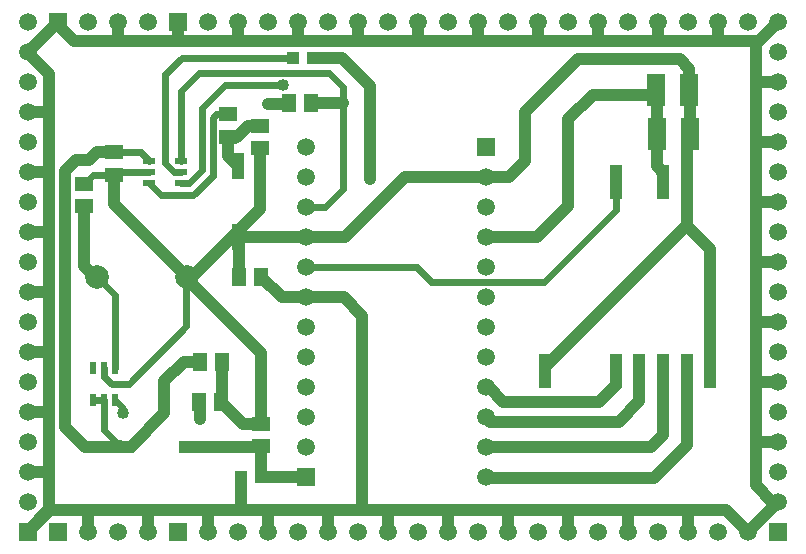
<source format=gbr>
G04 DipTrace 3.2.0.1*
G04 Top.gbr*
%MOMM*%
G04 #@! TF.FileFunction,Copper,L1,Top*
G04 #@! TF.Part,Single*
G04 #@! TA.AperFunction,Conductor*
%ADD13C,1.0*%
%ADD14C,0.6*%
%ADD19R,1.6X2.7*%
G04 #@! TA.AperFunction,ComponentPad*
%ADD20R,1.5X1.5*%
%ADD21C,1.5*%
%ADD22R,1.0X3.0*%
G04 #@! TA.AperFunction,ComponentPad*
%ADD25C,2.0*%
%ADD26R,1.3X1.5*%
%ADD27R,2.286X1.0*%
%ADD28R,1.1X1.0*%
%ADD29R,1.5X1.3*%
%ADD31R,0.6X1.05*%
%ADD34R,1.1X0.6*%
%ADD35R,1.0X2.286*%
G04 #@! TA.AperFunction,ViaPad*
%ADD36C,1.016*%
%FSLAX35Y35*%
G04*
G71*
G90*
G75*
G01*
G04 Top*
%LPD*%
X5907080Y1486000D2*
D13*
Y2520640D1*
X5707080Y2720640D1*
Y3086000D1*
X4507080Y1486000D2*
Y1527660D1*
X5707080Y2727660D1*
Y3086000D1*
Y3466200D1*
X5733380Y3492500D1*
Y3865880D1*
X5730840Y3868420D1*
X2483080Y2621000D2*
X2819120D1*
X3327120Y3129000D1*
X4007080D1*
X4205960D1*
X4340860Y3263900D1*
Y3680460D1*
X4790440Y4130040D1*
X5648960D1*
X5730840Y4048160D1*
Y3868420D1*
X2105660Y1043440D2*
Y1643380D1*
X1493520Y2255520D1*
Y2286000D1*
X1478820D1*
X777240Y1511300D2*
D14*
Y1442720D1*
X840740Y1379220D1*
X982980D1*
X1470660Y1866900D1*
Y2294160D1*
X1478820Y2286000D1*
X2105660Y1043440D2*
D13*
X1953260D1*
X1767340Y1229360D1*
X1774960Y1569720D2*
Y1236980D1*
X1767340Y1229360D1*
X1157860Y3175000D2*
D14*
X883420D1*
X861060Y3152640D1*
X679180D1*
X601980Y3075440D1*
X861060Y3152640D2*
D13*
Y2903760D1*
X1478820Y2286000D1*
X2092960Y3375660D2*
Y2857500D1*
X1858720Y2623260D1*
X1910080D1*
X1856180D2*
X1518920Y2286000D1*
X1478820D1*
X1915660D2*
Y2617680D1*
X1910080Y2623260D1*
X2483080Y2621000D2*
X1912340D1*
X5507080Y3086000D2*
Y3169560D1*
X5453380Y3223260D1*
Y3492500D1*
Y3865880D1*
X5450840Y3868420D1*
X4007080Y2621000D2*
X4442180D1*
X4704080Y2882900D1*
Y3619500D1*
X4914900Y3830320D1*
X5412740D1*
X5450840Y3868420D1*
X2166620Y3751580D2*
X2336800D1*
X2341880Y3756660D1*
X645160Y3274060D2*
X535940D1*
X447040Y3185160D1*
Y1013460D1*
X614680Y845820D1*
X896620D1*
X908050Y857250D1*
X916940Y848360D1*
X682240Y1241300D2*
D14*
X777240D1*
Y988060D1*
X916940Y848360D1*
X1584960Y1569720D2*
D13*
X1450340D1*
X1285240Y1404620D1*
Y1130300D1*
X1003300Y848360D1*
X916940D1*
X861060Y3342640D2*
X713740D1*
X645160Y3274060D1*
X861060Y3342640D2*
D14*
X1085220D1*
X1157860Y3270000D1*
X4007080Y589000D2*
D13*
X4011880Y584200D1*
X5427980D1*
X5707080Y863300D1*
Y1486000D1*
X4007080Y843000D2*
X5402300D1*
X5507080Y947780D1*
Y1486000D1*
X4007080Y1097000D2*
X4042360Y1061720D1*
X5133340D1*
X5307080Y1235460D1*
Y1486000D1*
X4007080Y1351000D2*
X4031260D1*
X4152900Y1229360D1*
X4968240D1*
X5107080Y1368200D1*
Y1486000D1*
Y3086000D2*
D14*
Y2851560D1*
X4500880Y2245360D1*
X3543300D1*
X3421660Y2367000D1*
X2483080D1*
X386080Y4445000D2*
D13*
Y4422140D1*
X520700Y4287520D1*
X894080D1*
X1402080D1*
X1910080D1*
X2418080D1*
X2926080D1*
X3434080D1*
X3942080D1*
X4450080D1*
X4958080D1*
X5466080D1*
X5974080D1*
X6324600D1*
X6482080Y4445000D1*
Y381000D2*
X6433820D1*
X6291580Y523240D1*
Y889000D1*
Y1397000D1*
Y1905000D1*
Y2413000D1*
Y2921000D1*
Y3429000D1*
Y3937000D1*
Y4254500D1*
X6482080Y4445000D1*
Y381000D2*
X6228080Y127000D1*
X132080D2*
Y137160D1*
X304800Y309880D1*
X640080D1*
X1148080D1*
X1656080D1*
X1935480D1*
X2164080D1*
X2672080D1*
X2959100D1*
X3180080D1*
X3688080D1*
X4196080D1*
X4704080D1*
X5212080D1*
X5720080D1*
X6045200D1*
X6228080Y127000D1*
X386080Y4445000D2*
X132080Y4191000D1*
Y4180840D1*
X307340Y4005580D1*
Y3683000D1*
Y3175000D1*
Y2667000D1*
Y2159000D1*
Y1651000D1*
Y1143000D1*
Y635000D1*
Y302260D1*
X132080Y127000D1*
X1938020Y591820D2*
X1935480Y309880D1*
X640080Y127000D2*
Y309880D1*
X1148080Y127000D2*
Y309880D1*
X1656080Y127000D2*
Y309880D1*
X2164080Y127000D2*
Y309880D1*
X2672080Y127000D2*
Y309880D1*
X3180080Y127000D2*
Y309880D1*
X3688080Y127000D2*
Y309880D1*
X4196080Y127000D2*
Y309880D1*
X4704080Y127000D2*
Y309880D1*
X5212080Y127000D2*
Y309880D1*
X5720080Y127000D2*
Y309880D1*
X6482080Y889000D2*
X6291580D1*
X6482080Y1397000D2*
X6291580D1*
X6482080Y1905000D2*
X6291580D1*
X6482080Y2413000D2*
X6291580D1*
X6482080Y2921000D2*
X6291580D1*
X6482080Y3429000D2*
X6291580D1*
X6482080Y3937000D2*
X6291580D1*
X5974080Y4445000D2*
Y4287520D1*
X5466080Y4445000D2*
Y4287520D1*
X4958080Y4445000D2*
Y4287520D1*
X4450080Y4445000D2*
Y4287520D1*
X3942080Y4445000D2*
Y4287520D1*
X3434080Y4445000D2*
Y4287520D1*
X2926080Y4445000D2*
Y4287520D1*
X2418080Y4445000D2*
Y4287520D1*
X1910080Y4445000D2*
Y4287520D1*
X1402080Y4445000D2*
Y4287520D1*
X894080Y4445000D2*
Y4287520D1*
X132080Y3683000D2*
X307340D1*
X132080Y3175000D2*
X307340D1*
X132080Y2667000D2*
X307340D1*
X132080Y2159000D2*
X307340D1*
X132080Y1651000D2*
X307340D1*
X132080Y1143000D2*
X307340D1*
X132080Y635000D2*
X307340D1*
X2545080Y4142740D2*
X2791460D1*
X3027680Y3906520D1*
Y3114040D1*
X2483080Y2113000D2*
X2278660D1*
X2105660Y2286000D1*
X2483080Y2113000D2*
X2804440D1*
X2959100Y1958340D1*
Y309880D1*
X2108020Y591820D2*
X2480260D1*
X2483080Y589000D1*
X1516940Y848360D2*
X2100580D1*
X2105660Y853440D1*
Y594180D1*
X2108020Y591820D1*
X872240Y1511300D2*
D14*
Y2132580D1*
X718820Y2286000D1*
D13*
Y2263140D1*
X601980Y2379980D1*
Y2885440D1*
X872240Y1241300D2*
D14*
X929640Y1183900D1*
Y1125220D1*
X937260Y1132840D1*
X1587500Y1082040D2*
D13*
Y1219200D1*
X1577340Y1229360D1*
X1157860Y3080000D2*
D14*
X1255900Y2981960D1*
X1531620D1*
X1694180Y3144520D1*
Y3634740D1*
X1721620Y3662180D1*
X1821180D1*
Y3472180D2*
D13*
Y3312160D1*
X1910080Y3223260D1*
X2092960Y3565660D2*
X1990860D1*
X1897380Y3472180D1*
X1821180D1*
X1427860Y3175000D2*
D14*
X1369060D1*
X1295400Y3248660D1*
Y4005580D1*
X1432560Y4142740D1*
X2375080D1*
X1427860Y3080000D2*
X1495040D1*
X1605280Y3190240D1*
Y3716020D1*
X1800860Y3911600D1*
X2288540D1*
X1427860Y3270000D2*
Y3861180D1*
X1582420Y4015740D1*
X2679700D1*
X2799080Y3896360D1*
Y3756660D1*
Y3027680D1*
X2646400Y2875000D1*
X2483080D1*
X2531880Y3756660D2*
D13*
X2799080D1*
D36*
X645160Y3274060D3*
X937260Y1132840D3*
X1587500Y1082040D3*
X3027680Y3114040D3*
X2288540Y3911600D3*
X2166620Y3751580D3*
D19*
X5450840Y3868420D3*
X5730840D3*
X5453380Y3492500D3*
X5733380D3*
D20*
X6482080Y127000D3*
D21*
Y381000D3*
Y635000D3*
Y889000D3*
Y1143000D3*
Y1397000D3*
Y1651000D3*
Y1905000D3*
Y2159000D3*
Y2413000D3*
Y2667000D3*
Y2921000D3*
Y3175000D3*
Y3429000D3*
Y3683000D3*
Y3937000D3*
Y4191000D3*
Y4445000D3*
D20*
X132080Y127000D3*
D21*
Y381000D3*
Y635000D3*
Y889000D3*
Y1143000D3*
Y1397000D3*
Y1651000D3*
Y1905000D3*
Y2159000D3*
Y2413000D3*
Y2667000D3*
Y2921000D3*
Y3175000D3*
Y3429000D3*
Y3683000D3*
Y3937000D3*
Y4191000D3*
Y4445000D3*
D20*
X1402080D3*
D21*
X1656080D3*
X1910080D3*
X2164080D3*
X2418080D3*
X2672080D3*
X2926080D3*
X3180080D3*
X3434080D3*
X3688080D3*
X3942080D3*
X4196080D3*
X4450080D3*
X4704080D3*
X4958080D3*
X5212080D3*
X5466080D3*
X5720080D3*
X5974080D3*
X6228080D3*
D20*
X1402080Y127000D3*
D21*
X1656080D3*
X1910080D3*
X2164080D3*
X2418080D3*
X2672080D3*
X2926080D3*
X3180080D3*
X3434080D3*
X3688080D3*
X3942080D3*
X4196080D3*
X4450080D3*
X4704080D3*
X4958080D3*
X5212080D3*
X5466080D3*
X5720080D3*
X5974080D3*
X6228080D3*
D20*
X386080Y4445000D3*
D21*
X640080D3*
X894080D3*
X1148080D3*
D20*
X386080Y127000D3*
D21*
X640080D3*
X894080D3*
X1148080D3*
D20*
X4007080Y3383000D3*
D21*
Y3129000D3*
Y2875000D3*
Y2621000D3*
Y2367000D3*
Y2113000D3*
Y1859000D3*
Y1605000D3*
Y1351000D3*
Y1097000D3*
Y843000D3*
Y589000D3*
D20*
X2483080D3*
D21*
Y843000D3*
Y1097000D3*
Y1351000D3*
Y1605000D3*
Y1859000D3*
Y2113000D3*
Y2367000D3*
Y2621000D3*
Y2875000D3*
Y3129000D3*
Y3383000D3*
D22*
X5707080Y1486000D3*
X5507080D3*
X5307080D3*
X5107080D3*
X4507080D3*
X5907080D3*
X5707080Y3086000D3*
X5507080D3*
X5107080D3*
D25*
X1478820Y2286000D3*
X718820D3*
D26*
X2105660D3*
X1915660D3*
D27*
X916940Y848360D3*
X1516940D3*
D28*
X1938020Y591820D3*
X2108020D3*
D29*
X2105660Y853440D3*
Y1043440D3*
D31*
X777240Y1511300D3*
X682240D3*
X872240D3*
X777240Y1241300D3*
X682240D3*
X872240D3*
D26*
X1577340Y1229360D3*
X1767340D3*
X1584960Y1569720D3*
X1774960D3*
D29*
X601980Y2885440D3*
Y3075440D3*
D34*
X1157860Y3270000D3*
Y3175000D3*
Y3080000D3*
X1427860Y3270000D3*
Y3175000D3*
Y3080000D3*
D29*
X1821180Y3472180D3*
Y3662180D3*
X861060Y3342640D3*
Y3152640D3*
D26*
X2341880Y3756660D3*
X2531880D3*
D29*
X2092960Y3375660D3*
Y3565660D3*
D35*
X1910080Y3223260D3*
Y2623260D3*
D28*
X2545080Y4142740D3*
X2375080D3*
M02*

</source>
